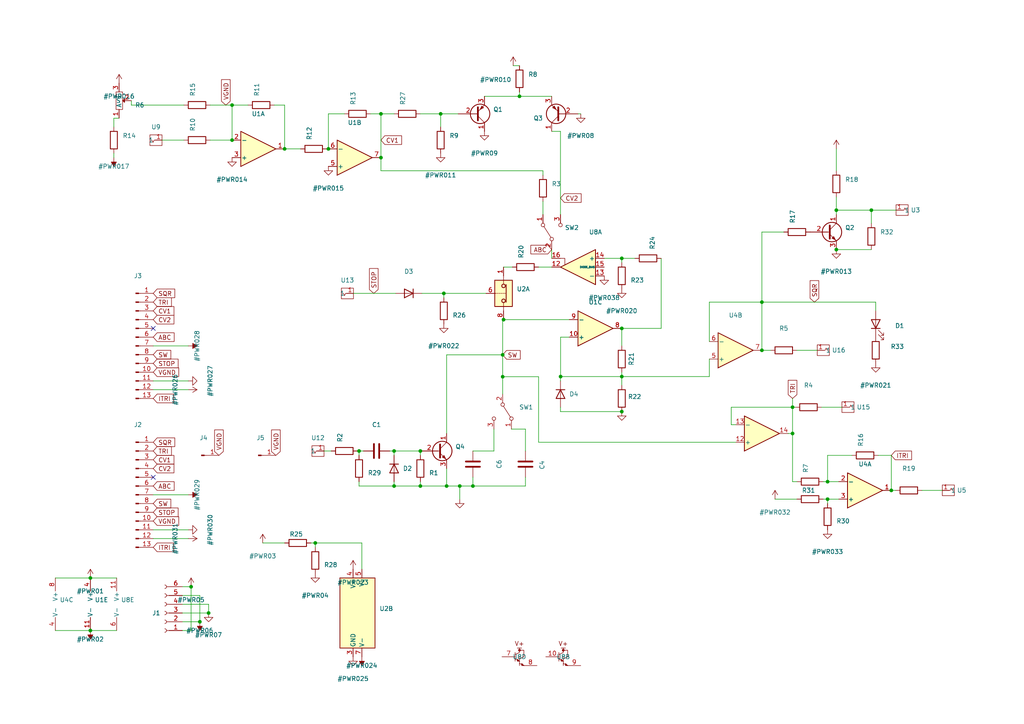
<source format=kicad_sch>
(kicad_sch (version 20250114) (generator "eeschema") (generator_version "9.0")
  (paper "A4")
  (title_block (title "LFO2 by github.com/Fihdi"))
  (lib_symbols
    (symbol "Amplifier_Operational:LM13700" (pin_names (offset 0.127))
      (property "Reference" "U" (at 3.81 5.08 0))
      (property "Value" "LM13700" (at 5.08 -5.08 0))
      (symbol "LM13700_1_1"
        (pin input line (at -7.62 2.54 0) (length 2.54) (name "-") (number "13"))
        (pin input line (at -7.62 0 0) (length 2.54) (name "DIODE_BIAS") (number "15"))
        (pin input line (at -7.62 -2.54 0) (length 2.54) (name "+") (number "14"))
        (pin output line (at 7.62 0 180) (length 2.54) (name "~") (number "12"))
        (pin input line (at 7.62 -2.54 180) (length 2.54) (name "~") (number "16"))
      )
      (symbol "LM13700_2_1"
        (text "V+" (at -2.54 3.81 0) (effects (font (size 1.27 1.27))))
        (pin input line (at -7.62 0 0) (length 3.81) (name "~") (number "10"))
        (pin output line (at 2.54 -2.54 180) (length 3.81) (name "~") (number "9"))
      )
      (symbol "LM13700_3_1"
        (pin input line (at -7.62 2.54 0) (length 2.54) (name "-") (number "4"))
        (pin input line (at -7.62 0 0) (length 2.54) (name "DIODE_BIAS") (number "2"))
        (pin input line (at -7.62 -2.54 0) (length 2.54) (name "+") (number "3"))
        (pin output line (at 7.62 0 180) (length 2.54) (name "~") (number "5"))
        (pin input line (at 7.62 -2.54 180) (length 2.54) (name "~") (number "1"))
      )
      (symbol "LM13700_4_0"
        (text "V+" (at -2.54 3.81 0) (effects (font (size 1.27 1.27))))
      )
      (symbol "LM13700_4_1"
        (pin input line (at -7.62 0 0) (length 3.81) (name "~") (number "7"))
        (pin output line (at 2.54 -2.54 180) (length 3.81) (name "~") (number "8"))
      )
      (symbol "LM13700_5_1"
        (pin power_in line (at -2.54 7.62 270) (length 3.81) (name "V+") (number "11"))
        (pin power_in line (at -2.54 -7.62 90) (length 3.81) (name "V-") (number "6"))
      )
    )
    (symbol "Amplifier_Operational:TL072" (pin_names (offset 0.127))
      (property "Reference" "U" (at 0 5.08 0))
      (property "Value" "TL072" (at 0 -5.08 0))
      (symbol "TL072_1_1"
        (pin input line (at -7.62 2.54 0) (length 2.54) (name "+") (number "3"))
        (pin input line (at -7.62 -2.54 0) (length 2.54) (name "-") (number "2"))
        (pin output line (at 7.62 0 180) (length 2.54) (name "~") (number "1"))
      )
      (symbol "TL072_2_1"
        (pin input line (at -7.62 2.54 0) (length 2.54) (name "+") (number "5"))
        (pin input line (at -7.62 -2.54 0) (length 2.54) (name "-") (number "6"))
        (pin output line (at 7.62 0 180) (length 2.54) (name "~") (number "7"))
      )
      (symbol "TL072_3_1"
        (pin power_in line (at -2.54 7.62 270) (length 3.81) (name "V+") (number "8"))
        (pin power_in line (at -2.54 -7.62 90) (length 3.81) (name "V-") (number "4"))
      )
    )
    (symbol "Amplifier_Operational:TL074" (pin_names (offset 0.127))
      (property "Reference" "U" (at 0 5.08 0))
      (property "Value" "TL074" (at 0 -5.08 0))
      (symbol "TL074_1_1"
        (pin input line (at -7.62 2.54 0) (length 2.54) (name "+") (number "3"))
        (pin input line (at -7.62 -2.54 0) (length 2.54) (name "-") (number "2"))
        (pin output line (at 7.62 0 180) (length 2.54) (name "~") (number "1"))
      )
      (symbol "TL074_2_1"
        (pin input line (at -7.62 2.54 0) (length 2.54) (name "+") (number "5"))
        (pin input line (at -7.62 -2.54 0) (length 2.54) (name "-") (number "6"))
        (pin output line (at 7.62 0 180) (length 2.54) (name "~") (number "7"))
      )
      (symbol "TL074_3_1"
        (pin input line (at -7.62 2.54 0) (length 2.54) (name "+") (number "10"))
        (pin input line (at -7.62 -2.54 0) (length 2.54) (name "-") (number "9"))
        (pin output line (at 7.62 0 180) (length 2.54) (name "~") (number "8"))
      )
      (symbol "TL074_4_1"
        (pin input line (at -7.62 2.54 0) (length 2.54) (name "+") (number "12"))
        (pin input line (at -7.62 -2.54 0) (length 2.54) (name "-") (number "13"))
        (pin output line (at 7.62 0 180) (length 2.54) (name "~") (number "14"))
      )
      (symbol "TL074_5_1"
        (pin power_in line (at -2.54 7.62 270) (length 3.81) (name "V+") (number "4"))
        (pin power_in line (at -2.54 -7.62 90) (length 3.81) (name "V-") (number "11"))
      )
    )
    (symbol "Analog_Switch:DG417xJ" (pin_names (offset 0.254))
      (property "Reference" "U" (at -3.175 5.334 0))
      (property "Value" "DG417xJ" (at -3.175 3.556 0))
      (symbol "DG417xJ_1_1"
        (pin passive line (at -7.62 0 0) (length 2.54) (name "~") (number "1"))
        (pin input line (at 0 -5.08 90) (length 2.54) (name "~") (number "6"))
        (pin passive line (at 7.62 0 180) (length 2.54) (name "~") (number "8"))
      )
      (symbol "DG417xJ_2_0"
        (pin no_connect line (at -2.54 10.16 270) (length 2.54) (hide yes) (name "NC") (number "2"))
        (pin power_in line (at 0 12.7 270) (length 2.54) (name "V+") (number "4"))
        (pin power_in line (at 0 -12.7 90) (length 2.54) (name "GND") (number "3"))
        (pin power_in line (at 2.54 12.7 270) (length 2.54) (name "VL") (number "5"))
        (pin power_in line (at 2.54 -12.7 90) (length 2.54) (name "V-") (number "7"))
      )
    )
    (symbol "Connector:Conn_01x01_Pin" (pin_names (offset 1.016) (hide yes))
      (property "Reference" "J" (at 0 2.54 0))
      (property "Value" "Conn_01x01_Pin" (at 0 -2.54 0))
      (symbol "Conn_01x01_Pin_1_1"
        (pin passive line (at 5.08 0 180) (length 3.81) (name "Pin_1") (number "1"))
      )
    )
    (symbol "Connector:Conn_01x06_Female" (pin_names (offset 1.016) (hide yes))
      (property "Reference" "J" (at 0 7.62 0))
      (property "Value" "Conn_01x06_Female" (at 0 -10.16 0))
      (symbol "Conn_01x06_Female_1_1"
        (pin passive line (at -5.08 5.08 0) (length 3.81) (name "Pin_1") (number "1"))
        (pin passive line (at -5.08 2.54 0) (length 3.81) (name "Pin_2") (number "2"))
        (pin passive line (at -5.08 0 0) (length 3.81) (name "Pin_3") (number "3"))
        (pin passive line (at -5.08 -2.54 0) (length 3.81) (name "Pin_4") (number "4"))
        (pin passive line (at -5.08 -5.08 0) (length 3.81) (name "Pin_5") (number "5"))
        (pin passive line (at -5.08 -7.62 0) (length 3.81) (name "Pin_6") (number "6"))
      )
    )
    (symbol "Connector:Conn_01x13_Pin" (pin_names (offset 1.016) (hide yes))
      (property "Reference" "J" (at 0 17.78 0))
      (property "Value" "Conn_01x13_Pin" (at 0 -17.78 0))
      (symbol "Conn_01x13_Pin_1_1"
        (pin passive line (at 5.08 15.24 180) (length 3.81) (name "Pin_1") (number "1"))
        (pin passive line (at 5.08 12.7 180) (length 3.81) (name "Pin_2") (number "2"))
        (pin passive line (at 5.08 10.16 180) (length 3.81) (name "Pin_3") (number "3"))
        (pin passive line (at 5.08 7.62 180) (length 3.81) (name "Pin_4") (number "4"))
        (pin passive line (at 5.08 5.08 180) (length 3.81) (name "Pin_5") (number "5"))
        (pin passive line (at 5.08 2.54 180) (length 3.81) (name "Pin_6") (number "6"))
        (pin passive line (at 5.08 0 180) (length 3.81) (name "Pin_7") (number "7"))
        (pin passive line (at 5.08 -2.54 180) (length 3.81) (name "Pin_8") (number "8"))
        (pin passive line (at 5.08 -5.08 180) (length 3.81) (name "Pin_9") (number "9"))
        (pin passive line (at 5.08 -7.62 180) (length 3.81) (name "Pin_10") (number "10"))
        (pin passive line (at 5.08 -10.16 180) (length 3.81) (name "Pin_11") (number "11"))
        (pin passive line (at 5.08 -12.7 180) (length 3.81) (name "Pin_12") (number "12"))
        (pin passive line (at 5.08 -15.24 180) (length 3.81) (name "Pin_13") (number "13"))
      )
    )
    (symbol "Device:C" (pin_numbers (hide yes)) (pin_names (offset 0.254))
      (property "Reference" "C" (at 0.635 2.54 0))
      (property "Value" "C" (at 0.635 -2.54 0))
      (symbol "C_1_1"
        (pin passive line (at 0 3.81 270) (length 2.794) (name "~") (number "1"))
        (pin passive line (at 0 -3.81 90) (length 2.794) (name "~") (number "2"))
      )
    )
    (symbol "Device:D" (pin_numbers (hide yes)) (pin_names (offset 1.016) (hide yes))
      (property "Reference" "D" (at 0 2.54 0))
      (property "Value" "D" (at 0 -2.54 0))
      (symbol "D_1_1"
        (pin passive line (at -3.81 0 0) (length 2.54) (name "K") (number "1"))
        (pin passive line (at 3.81 0 180) (length 2.54) (name "A") (number "2"))
      )
    )
    (symbol "Device:LED" (pin_numbers (hide yes)) (pin_names (offset 1.016) (hide yes))
      (property "Reference" "D" (at 0 2.54 0))
      (property "Value" "LED" (at 0 -2.54 0))
      (symbol "LED_1_1"
        (pin passive line (at -3.81 0 0) (length 2.54) (name "K") (number "1"))
        (pin passive line (at 3.81 0 180) (length 2.54) (name "A") (number "2"))
      )
    )
    (symbol "Device:R" (pin_numbers (hide yes)) (pin_names (offset 0))
      (property "Reference" "R" (at 2.032 0 90))
      (property "Value" "R" (at 0 0 90))
      (symbol "R_1_1"
        (pin passive line (at 0 3.81 270) (length 1.27) (name "~") (number "1"))
        (pin passive line (at 0 -3.81 90) (length 1.27) (name "~") (number "2"))
      )
    )
    (symbol "HEJ:AlpsPot"
      (property "Reference" "R" (at -6.35 2.54 0))
      (symbol "AlpsPot_1_1"
        (pin no_connect line (at -16.002 0 270) (length 2.54) (hide yes) (name "NC") (number "6"))
        (pin no_connect line (at -13.716 0 270) (length 2.54) (hide yes) (name "NC") (number "5"))
        (pin no_connect line (at -11.684 0 270) (length 2.54) (hide yes) (name "NC") (number "4"))
        (pin passive line (at -3.556 6.35 270) (length 2.54) (name "E") (number "3"))
        (pin passive line (at -3.556 -3.81 90) (length 2.54) (name "A") (number "1"))
        (pin passive line (at 0 1.27 180) (length 2.54) (name "S") (number "2"))
      )
    )
    (symbol "HEJ:Aux_flush"
      (property "Reference" "U" (at -0.0508 5.3848 0))
      (symbol "Aux_flush_1_1"
        (pin bidirectional line (at 1.7272 0 180) (length 2) (name "1") (number "1"))
      )
    )
    (symbol "Switch:SW_SPDT" (pin_names (offset 0) (hide yes))
      (property "Reference" "SW" (at 0 4.318 0))
      (property "Value" "SW_SPDT" (at 0 -5.08 0))
      (symbol "SW_SPDT_1_1"
        (pin passive line (at -5.08 0 0) (length 2.54) (name "B") (number "2"))
        (pin passive line (at 5.08 2.54 180) (length 2.54) (name "A") (number "1"))
        (pin passive line (at 5.08 -2.54 180) (length 2.54) (name "C") (number "3"))
      )
    )
    (symbol "Transistor_BJT:BC547" (pin_names (offset 0) (hide yes))
      (property "Reference" "Q" (at 5.08 1.905 0))
      (property "Value" "BC547" (at 5.08 0 0))
      (symbol "BC547_1_1"
        (pin input line (at -5.08 0 0) (length 5.08) (name "B") (number "2"))
        (pin passive line (at 2.54 5.08 270) (length 2.54) (name "C") (number "1"))
        (pin passive line (at 2.54 -5.08 90) (length 2.54) (name "E") (number "3"))
      )
    )
    (symbol "Transistor_BJT:BC557" (pin_names (offset 0) (hide yes))
      (property "Reference" "Q" (at 5.08 1.905 0))
      (property "Value" "BC557" (at 5.08 0 0))
      (symbol "BC557_1_1"
        (pin input line (at -5.08 0 0) (length 5.715) (name "B") (number "2"))
        (pin passive line (at 2.54 5.08 270) (length 2.54) (name "C") (number "1"))
        (pin passive line (at 2.54 -5.08 90) (length 2.54) (name "E") (number "3"))
      )
    )
    (symbol "power:+12V" (power) (pin_names (offset 0))
      (property "Value" "+12V" (at 0 3.556 0))
      (symbol "+12V_1_1"
        (pin power_in line (at 0 0 90) (length 0) (hide yes) (name "+12V") (number "1"))
      )
    )
    (symbol "power:-12V" (power) (pin_names (offset 0))
      (property "Value" "-12V" (at 0 3.81 0))
      (symbol "-12V_0_0"
        (pin power_in line (at 0 0 90) (length 0) (hide yes) (name "-12V") (number "1"))
      )
    )
    (symbol "power:GND" (power) (pin_names (offset 0))
      (property "Value" "GND" (at 0 -3.81 0))
      (symbol "GND_1_1"
        (pin power_in line (at 0 0 270) (length 0) (hide yes) (name "GND") (number "1"))
      )
    )
  )
  (junction (at 60.5028 177.8))
  (junction (at 67.31 30.48))
  (junction (at 242.57 60.96))
  (junction (at 57.9628 180.34))
  (junction (at 121.92 130.81))
  (junction (at 240.03 139.7))
  (junction (at 82.55 43.18))
  (junction (at 150.6728 27.94))
  (junction (at 127.8128 33.02))
  (junction (at 180.34 119.38))
  (junction (at 229.87 118.11))
  (junction (at 180.34 74.93))
  (junction (at 114.3 140.97))
  (junction (at 26.2128 182.88))
  (junction (at 145.796 102.9199))
  (junction (at 240.03 144.78))
  (junction (at 180.34 95.25))
  (junction (at 146.05 92.71))
  (junction (at 114.3 130.81))
  (junction (at 67.31 40.64))
  (junction (at 110.49 33.02))
  (junction (at 104.14 130.81))
  (junction (at 133.35 140.97))
  (junction (at 55.4228 170.18))
  (junction (at 229.87 125.73))
  (junction (at 121.92 140.97))
  (junction (at 95.25 43.18))
  (junction (at 162.5926 109.22))
  (junction (at 252.73 60.96))
  (junction (at 258.5212 142.24))
  (junction (at 220.98 87.63))
  (junction (at 180.34 109.22))
  (junction (at 91.44 157.48))
  (junction (at 220.98 101.6))
  (junction (at 145.796 109.264))
  (junction (at 128.7272 85.09))
  (junction (at 242.57 72.39))
  (junction (at 26.2128 167.64))
  (junction (at 110.49 45.72))
  (junction (at 137.16 140.97))
  (junction (at 129.54 140.97))
  (no_connect (at 44.45 95.25))
  (no_connect (at 44.45 138.43))
  (wire (pts (xy 122.3772 85.09) (xy 128.7272 85.09)))
  (wire (pts (xy 91.44 157.48) (xy 104.9528 157.48)))
  (wire (pts (xy 180.34 95.25) (xy 180.34 100.33)))
  (wire (pts (xy 162.5926 97.79) (xy 165.1 97.79)))
  (wire (pts (xy 162.56 62.23) (xy 162.56 38.1)))
  (wire (pts (xy 82.55 30.48) (xy 79.5528 30.48)))
  (wire (pts (xy 242.57 60.96) (xy 242.57 62.23)))
  (wire (pts (xy 212.09 118.11) (xy 229.87 118.11)))
  (wire (pts (xy 93.98 130.81) (xy 96.0628 130.81)))
  (wire (pts (xy 128.7272 86.36) (xy 128.7272 85.09)))
  (wire (pts (xy 33.02 36.83) (xy 33.02 34.29)))
  (wire (pts (xy 54.61 156.21) (xy 44.45 156.21)))
  (wire (pts (xy 52.8828 170.18) (xy 55.4228 170.18)))
  (wire (pts (xy 150.6728 27.94) (xy 160.02 27.94)))
  (wire (pts (xy 212.09 123.19) (xy 213.36 123.19)))
  (wire (pts (xy 242.57 49.53) (xy 242.57 43.18)))
  (wire (pts (xy 162.56 119.38) (xy 162.56 118.11)))
  (wire (pts (xy 129.54 102.9199) (xy 129.54 125.73)))
  (wire (pts (xy 205.74 99.06) (xy 205.74 87.63)))
  (wire (pts (xy 145.796 109.264) (xy 145.796 114.3)))
  (wire (pts (xy 57.9628 172.72) (xy 57.9628 180.34)))
  (wire (pts (xy 180.34 109.22) (xy 162.5926 109.22)))
  (wire (pts (xy 146.05 92.71) (xy 165.1 92.71)))
  (wire (pts (xy 16.0528 167.64) (xy 26.2128 167.64)))
  (wire (pts (xy 229.87 139.7) (xy 231.14 139.7)))
  (wire (pts (xy 220.98 87.63) (xy 205.74 87.63)))
  (wire (pts (xy 137.16 138.43) (xy 137.16 140.97)))
  (wire (pts (xy 110.49 33.02) (xy 110.49 45.72)))
  (wire (pts (xy 167.64 33.02) (xy 168.4528 33.02)))
  (wire (pts (xy 121.92 33.02) (xy 127.8128 33.02)))
  (wire (pts (xy 238.76 139.7) (xy 240.03 139.7)))
  (wire (pts (xy 67.31 30.48) (xy 67.31 40.64)))
  (wire (pts (xy 162.56 109.22) (xy 162.5926 109.22)))
  (wire (pts (xy 38.1 30.48) (xy 53.34 30.48)))
  (wire (pts (xy 224.79 144.78) (xy 231.14 144.78)))
  (wire (pts (xy 26.2128 167.64) (xy 33.8328 167.64)))
  (wire (pts (xy 114.3 140.97) (xy 114.3 139.7)))
  (wire (pts (xy 76.2 157.48) (xy 82.55 157.48)))
  (wire (pts (xy 254.7112 132.08) (xy 258.5212 132.08)))
  (wire (pts (xy 104.14 140.97) (xy 114.3 140.97)))
  (wire (pts (xy 242.57 60.96) (xy 252.73 60.96)))
  (wire (pts (xy 46.99 40.64) (xy 53.34 40.64)))
  (wire (pts (xy 229.87 118.11) (xy 229.87 125.73)))
  (wire (pts (xy 258.5212 142.24) (xy 259.7912 142.24)))
  (wire (pts (xy 205.74 109.22) (xy 205.74 104.14)))
  (wire (pts (xy 143.256 130.81) (xy 137.16 130.81)))
  (wire (pts (xy 104.14 139.7) (xy 104.14 140.97)))
  (wire (pts (xy 180.34 95.25) (xy 191.77 95.25)))
  (wire (pts (xy 33.02 34.29) (xy 34.544 34.29)))
  (wire (pts (xy 240.03 132.08) (xy 247.0912 132.08)))
  (wire (pts (xy 162.56 110.49) (xy 162.56 109.22)))
  (wire (pts (xy 220.98 67.31) (xy 220.98 87.63)))
  (wire (pts (xy 191.77 74.93) (xy 191.77 95.25)))
  (wire (pts (xy 140.5128 27.94) (xy 150.6728 27.94)))
  (wire (pts (xy 240.03 144.78) (xy 240.03 146.05)))
  (wire (pts (xy 220.98 87.63) (xy 254 87.63)))
  (wire (pts (xy 242.57 57.15) (xy 242.57 60.96)))
  (wire (pts (xy 148.844 19.05) (xy 150.6728 19.05)))
  (wire (pts (xy 104.14 130.81) (xy 105.41 130.81)))
  (wire (pts (xy 156.21 77.47) (xy 160.02 77.47)))
  (wire (pts (xy 146.05 92.71) (xy 145.796 92.71)))
  (wire (pts (xy 129.54 135.89) (xy 129.54 140.97)))
  (wire (pts (xy 137.16 140.97) (xy 152.4 140.97)))
  (wire (pts (xy 240.03 139.7) (xy 243.2812 139.7)))
  (wire (pts (xy 54.61 110.49) (xy 44.45 110.49)))
  (wire (pts (xy 267.4112 142.24) (xy 273.304 142.24)))
  (wire (pts (xy 180.34 107.95) (xy 180.34 109.22)))
  (wire (pts (xy 121.92 140.97) (xy 121.92 139.7)))
  (wire (pts (xy 157.48 58.42) (xy 157.48 62.23)))
  (wire (pts (xy 254 87.63) (xy 254 90.17)))
  (wire (pts (xy 175.26 74.93) (xy 180.34 74.93)))
  (wire (pts (xy 52.8828 180.34) (xy 57.9628 180.34)))
  (wire (pts (xy 113.03 130.81) (xy 114.3 130.81)))
  (wire (pts (xy 54.61 100.33) (xy 44.45 100.33)))
  (wire (pts (xy 180.34 76.2) (xy 180.34 74.93)))
  (wire (pts (xy 180.34 119.38) (xy 162.56 119.38)))
  (wire (pts (xy 156.21 128.27) (xy 156.21 109.264)))
  (wire (pts (xy 54.61 113.03) (xy 44.45 113.03)))
  (wire (pts (xy 133.35 140.97) (xy 137.16 140.97)))
  (wire (pts (xy 110.49 33.02) (xy 107.4928 33.02)))
  (wire (pts (xy 129.54 140.97) (xy 133.35 140.97)))
  (wire (pts (xy 114.3 140.97) (xy 121.92 140.97)))
  (wire (pts (xy 252.73 60.96) (xy 259.8928 60.96)))
  (wire (pts (xy 223.52 101.6) (xy 220.98 101.6)))
  (wire (pts (xy 143.256 124.46) (xy 143.256 130.81)))
  (wire (pts (xy 110.49 49.53) (xy 157.48 49.53)))
  (wire (pts (xy 148.336 124.46) (xy 152.4 124.46)))
  (wire (pts (xy 99.8728 33.02) (xy 95.25 33.02)))
  (wire (pts (xy 54.61 153.67) (xy 44.45 153.67)))
  (wire (pts (xy 229.87 125.73) (xy 229.87 139.7)))
  (wire (pts (xy 95.25 33.02) (xy 95.25 43.18)))
  (wire (pts (xy 90.17 157.48) (xy 91.44 157.48)))
  (wire (pts (xy 82.55 43.18) (xy 82.55 30.48)))
  (wire (pts (xy 229.87 115.57) (xy 229.87 118.11)))
  (wire (pts (xy 60.5028 175.26) (xy 60.5028 177.8)))
  (wire (pts (xy 52.8828 175.26) (xy 60.5028 175.26)))
  (wire (pts (xy 91.44 157.48) (xy 91.44 158.75)))
  (wire (pts (xy 129.54 102.9199) (xy 145.796 102.9199)))
  (wire (pts (xy 110.49 45.72) (xy 110.49 49.53)))
  (wire (pts (xy 231.14 101.6) (xy 237.0328 101.6)))
  (wire (pts (xy 102.5144 85.09) (xy 114.7572 85.09)))
  (wire (pts (xy 180.34 74.93) (xy 184.15 74.93)))
  (wire (pts (xy 238.3028 118.11) (xy 244.1956 118.11)))
  (wire (pts (xy 229.87 118.11) (xy 230.6828 118.11)))
  (wire (pts (xy 52.8828 172.72) (xy 57.9628 172.72)))
  (wire (pts (xy 160.02 72.39) (xy 160.02 74.93)))
  (wire (pts (xy 156.21 109.264) (xy 145.796 109.264)))
  (wire (pts (xy 104.9528 157.48) (xy 104.9528 165.1)))
  (wire (pts (xy 54.61 143.51) (xy 44.45 143.51)))
  (wire (pts (xy 52.8828 182.88) (xy 55.4228 182.88)))
  (wire (pts (xy 180.34 109.22) (xy 205.74 109.22)))
  (wire (pts (xy 52.8828 177.8) (xy 60.5028 177.8)))
  (wire (pts (xy 128.7272 85.09) (xy 140.97 85.09)))
  (wire (pts (xy 152.4 138.43) (xy 152.4 140.97)))
  (wire (pts (xy 121.92 130.81) (xy 121.92 132.08)))
  (wire (pts (xy 220.98 87.63) (xy 220.98 101.6)))
  (wire (pts (xy 16.0528 182.88) (xy 26.2128 182.88)))
  (wire (pts (xy 94.7928 43.18) (xy 95.25 43.18)))
  (wire (pts (xy 145.796 102.9199) (xy 145.796 109.264)))
  (wire (pts (xy 258.5212 132.08) (xy 258.5212 142.24)))
  (wire (pts (xy 150.6728 26.67) (xy 150.6728 27.94)))
  (wire (pts (xy 110.49 33.02) (xy 114.3 33.02)))
  (wire (pts (xy 238.76 144.78) (xy 240.03 144.78)))
  (wire (pts (xy 213.36 128.27) (xy 156.21 128.27)))
  (wire (pts (xy 33.02 45.72) (xy 33.02 44.45)))
  (wire (pts (xy 162.56 38.1) (xy 160.02 38.1)))
  (wire (pts (xy 162.5926 97.79) (xy 162.5926 109.22)))
  (wire (pts (xy 133.35 140.97) (xy 133.35 144.78)))
  (wire (pts (xy 114.3 130.81) (xy 114.3 132.08)))
  (wire (pts (xy 82.55 43.18) (xy 87.1728 43.18)))
  (wire (pts (xy 228.6 125.73) (xy 229.87 125.73)))
  (wire (pts (xy 220.98 67.31) (xy 227.33 67.31)))
  (wire (pts (xy 180.34 109.22) (xy 180.34 111.76)))
  (wire (pts (xy 60.96 40.64) (xy 67.31 40.64)))
  (wire (pts (xy 146.05 77.47) (xy 148.59 77.47)))
  (wire (pts (xy 242.57 72.39) (xy 252.73 72.39)))
  (wire (pts (xy 38.1 30.48) (xy 38.1 29.21)))
  (wire (pts (xy 127.8128 33.02) (xy 132.8928 33.02)))
  (wire (pts (xy 121.92 140.97) (xy 129.54 140.97)))
  (wire (pts (xy 127.8128 36.83) (xy 127.8128 33.02)))
  (wire (pts (xy 67.31 30.48) (xy 71.9328 30.48)))
  (wire (pts (xy 252.73 64.77) (xy 252.73 60.96)))
  (wire (pts (xy 152.4 124.46) (xy 152.4 130.81)))
  (wire (pts (xy 145.796 92.71) (xy 145.796 102.9199)))
  (wire (pts (xy 104.14 132.08) (xy 104.14 130.81)))
  (wire (pts (xy 114.3 130.81) (xy 121.92 130.81)))
  (wire (pts (xy 26.2128 182.88) (xy 33.8328 182.88)))
  (wire (pts (xy 240.03 139.7) (xy 240.03 132.08)))
  (wire (pts (xy 55.4228 170.18) (xy 55.4228 182.88)))
  (wire (pts (xy 157.48 49.53) (xy 157.48 50.8)))
  (wire (pts (xy 103.6828 130.81) (xy 104.14 130.81)))
  (wire (pts (xy 240.03 144.78) (xy 243.2812 144.78)))
  (wire (pts (xy 60.96 30.48) (xy 67.31 30.48)))
  (wire (pts (xy 212.09 123.19) (xy 212.09 118.11)))
  (global_label "SW" (shape input) (at 145.796 102.9199 0) (property "Intersheetrefs" "${INTERSHEET_REFS}" (effects (hide yes))))
  (global_label "ABC" (shape input) (at 160.02 72.39 180) (property "Intersheetrefs" "${INTERSHEET_REFS}" (effects (hide yes))))
  (global_label "STOP" (shape input) (at 108.4072 85.09 90) (property "Intersheetrefs" "${INTERSHEET_REFS}" (effects (hide yes))))
  (global_label "SQR" (shape input) (at 44.45 85.09 0) (property "Intersheetrefs" "${INTERSHEET_REFS}" (effects (hide yes))))
  (global_label "CV1" (shape input) (at 44.45 133.35 0) (property "Intersheetrefs" "${INTERSHEET_REFS}" (effects (hide yes))))
  (global_label "CV2" (shape input) (at 162.56 57.4459 0) (property "Intersheetrefs" "${INTERSHEET_REFS}" (effects (hide yes))))
  (global_label "ITRI" (shape input) (at 44.45 115.57 0) (property "Intersheetrefs" "${INTERSHEET_REFS}" (effects (hide yes))))
  (global_label "SQR" (shape input) (at 236.22 87.63 90) (property "Intersheetrefs" "${INTERSHEET_REFS}" (effects (hide yes))))
  (global_label "ABC" (shape input) (at 44.45 97.79 0) (property "Intersheetrefs" "${INTERSHEET_REFS}" (effects (hide yes))))
  (global_label "VGND" (shape input) (at 44.45 107.95 0) (property "Intersheetrefs" "${INTERSHEET_REFS}" (effects (hide yes))))
  (global_label "SW" (shape input) (at 44.45 146.05 0) (property "Intersheetrefs" "${INTERSHEET_REFS}" (effects (hide yes))))
  (global_label "TRI" (shape input) (at 229.87 115.57 90) (property "Intersheetrefs" "${INTERSHEET_REFS}" (effects (hide yes))))
  (global_label "ITRI" (shape input) (at 44.45 158.75 0) (property "Intersheetrefs" "${INTERSHEET_REFS}" (effects (hide yes))))
  (global_label "TRI" (shape input) (at 44.45 87.63 0) (property "Intersheetrefs" "${INTERSHEET_REFS}" (effects (hide yes))))
  (global_label "STOP" (shape input) (at 44.45 105.41 0) (property "Intersheetrefs" "${INTERSHEET_REFS}" (effects (hide yes))))
  (global_label "VGND" (shape input) (at 44.45 151.13 0) (property "Intersheetrefs" "${INTERSHEET_REFS}" (effects (hide yes))))
  (global_label "SW" (shape input) (at 44.45 102.87 0) (property "Intersheetrefs" "${INTERSHEET_REFS}" (effects (hide yes))))
  (global_label "VGND" (shape input) (at 65.4987 30.48 90) (property "Intersheetrefs" "${INTERSHEET_REFS}" (effects (hide yes))))
  (global_label "CV2" (shape input) (at 44.45 135.89 0) (property "Intersheetrefs" "${INTERSHEET_REFS}" (effects (hide yes))))
  (global_label "STOP" (shape input) (at 44.45 148.59 0) (property "Intersheetrefs" "${INTERSHEET_REFS}" (effects (hide yes))))
  (global_label "CV1" (shape input) (at 44.45 90.17 0) (property "Intersheetrefs" "${INTERSHEET_REFS}" (effects (hide yes))))
  (global_label "ITRI" (shape input) (at 258.5212 132.08 0) (property "Intersheetrefs" "${INTERSHEET_REFS}" (effects (hide yes))))
  (global_label "VGND" (shape input) (at 80.01 132.08 90) (property "Intersheetrefs" "${INTERSHEET_REFS}" (effects (hide yes))))
  (global_label "TRI" (shape input) (at 44.45 130.81 0) (property "Intersheetrefs" "${INTERSHEET_REFS}" (effects (hide yes))))
  (global_label "VGND" (shape input) (at 63.5 132.08 90) (property "Intersheetrefs" "${INTERSHEET_REFS}" (effects (hide yes))))
  (global_label "ABC" (shape input) (at 44.45 140.97 0) (property "Intersheetrefs" "${INTERSHEET_REFS}" (effects (hide yes))))
  (global_label "CV1" (shape input) (at 110.49 40.64 0) (property "Intersheetrefs" "${INTERSHEET_REFS}" (effects (hide yes))))
  (global_label "CV2" (shape input) (at 44.45 92.71 0) (property "Intersheetrefs" "${INTERSHEET_REFS}" (effects (hide yes))))
  (global_label "SQR" (shape input) (at 44.45 128.27 0) (property "Intersheetrefs" "${INTERSHEET_REFS}" (effects (hide yes))))
  (symbol (lib_id "power:+12V") (at 26.2128 167.64 0) (unit 1)
    (property "Reference" "#PWR01" (at 26.2128 171.45 0))
    (property "Value" "+12V" (effects (hide yes)))
  )
  (symbol (lib_id "power:GND") (at 102.4128 190.5 0) (unit 1)
    (property "Reference" "#PWR025" (at 102.4128 196.85 0))
    (property "Value" "GND" (effects (hide yes)))
  )
  (symbol (lib_id "power:GND") (at 254 105.41 0) (unit 1)
    (property "Reference" "#PWR021" (at 254 111.76 0))
    (property "Value" "GND" (effects (hide yes)))
  )
  (symbol (lib_id "power:GND") (at 127.8128 44.45 0) (unit 1)
    (property "Reference" "#PWR011" (at 127.8128 50.8 0))
    (property "Value" "GND" (effects (hide yes)))
  )
  (symbol (lib_id "Switch:SW_SPDT") (at 145.796 119.38 270) (unit 1)
    (property "Reference" "SW1" (at 150.5712 118.11 90) (effects (justify left)))
    (property "Value" "SW_SPDT" (effects (hide yes)))
    (property "Footprint" "Library:Switch" (effects (hide yes)))
  )
  (symbol (lib_id "HEJ:Aux_flush") (at 45.2628 40.64 0) (unit 1)
    (property "Reference" "U9" (at 45.2374 36.83 0))
    (property "Value" "Aux_flush" (effects (hide yes)))
    (property "Footprint" "Library:3mm5 Mono Aux" (effects (hide yes)))
  )
  (symbol (lib_id "Device:R") (at 252.73 68.58 180) (unit 1)
    (property "Reference" "R32" (at 255.27 67.31 0) (effects (justify right)))
    (property "Value" "4k7" (effects (hide yes)))
    (property "Footprint" "Resistor_THT:R_Axial_DIN0204_L3.6mm_D1.6mm_P7.62mm_Horizontal" (effects (hide yes)))
  )
  (symbol (lib_id "Device:R") (at 128.7272 90.17 0) (mirror y) (unit 1)
    (property "Reference" "R26" (at 131.2672 91.44 0) (effects (justify right)))
    (property "Value" "100k" (effects (hide yes)))
    (property "Footprint" "Resistor_THT:R_Axial_DIN0204_L3.6mm_D1.6mm_P7.62mm_Horizontal" (effects (hide yes)))
  )
  (symbol (lib_id "Device:R") (at 234.95 139.7 270) (unit 1)
    (property "Reference" "R7" (at 233.68 137.16 0) (effects (justify right)))
    (property "Value" "100k" (effects (hide yes)))
    (property "Footprint" "Resistor_THT:R_Axial_DIN0204_L3.6mm_D1.6mm_P7.62mm_Horizontal" (effects (hide yes)))
  )
  (symbol (lib_id "Device:LED") (at 254 93.98 90) (unit 1)
    (property "Reference" "D1" (at 259.588 94.488 90) (effects (justify right)))
    (property "Value" "LED" (effects (hide yes)))
    (property "Footprint" "LED_THT:LED_D5.0mm" (effects (hide yes)))
  )
  (symbol (lib_id "Analog_Switch:DG417xJ") (at 146.05 85.09 270) (unit 1)
    (property "Reference" "U2" (at 149.86 83.82 90) (effects (justify left)))
    (property "Value" "DG417xJ" (effects (hide yes)))
    (property "Footprint" "Package_DIP:DIP-8_W7.62mm" (effects (hide yes)))
    (property "Datasheet" "https://datasheets.maximintegrated.com/en/ds/DG417-DG419.pdf" (effects (hide yes)))
  )
  (symbol (lib_id "Transistor_BJT:BC547") (at 127 130.81 0) (unit 1)
    (property "Reference" "Q4" (at 132.08 129.5399 0) (effects (justify left)))
    (property "Value" "BC547" (effects (hide yes)))
    (property "Footprint" "Package_TO_SOT_THT:TO-92L_Inline_Wide" (effects (hide yes)))
    (property "Datasheet" "https://www.onsemi.com/pub/Collateral/BC550-D.pdf" (effects (hide yes)))
  )
  (symbol (lib_id "power:+12V") (at 55.4228 170.18 0) (unit 1)
    (property "Reference" "#PWR05" (at 55.4228 173.99 0))
    (property "Value" "+12V" (effects (hide yes)))
  )
  (symbol (lib_id "power:GND") (at 67.31 45.72 0) (unit 1)
    (property "Reference" "#PWR014" (at 67.31 52.07 0))
    (property "Value" "GND" (effects (hide yes)))
  )
  (symbol (lib_id "Device:R") (at 150.6728 22.86 180) (unit 1)
    (property "Reference" "R8" (at 153.2128 21.59 0) (effects (justify right)))
    (property "Value" "10k" (effects (hide yes)))
    (property "Footprint" "Resistor_THT:R_Axial_DIN0204_L3.6mm_D1.6mm_P7.62mm_Horizontal" (effects (hide yes)))
  )
  (symbol (lib_id "power:GND") (at 54.61 110.49 90) (unit 1)
    (property "Reference" "#PWR027" (at 60.96 110.49 0))
    (property "Value" "GND" (effects (hide yes)))
  )
  (symbol (lib_id "Device:R") (at 33.02 40.64 180) (unit 1)
    (property "Reference" "R14" (at 35.56 39.37 0) (effects (justify right)))
    (property "Value" "4k7" (effects (hide yes)))
    (property "Footprint" "Resistor_THT:R_Axial_DIN0204_L3.6mm_D1.6mm_P7.62mm_Horizontal" (effects (hide yes)))
  )
  (symbol (lib_id "power:GND") (at 91.44 166.37 0) (unit 1)
    (property "Reference" "#PWR04" (at 91.44 172.72 0))
    (property "Value" "GND" (effects (hide yes)))
  )
  (symbol (lib_id "Amplifier_Operational:TL074") (at 102.87 45.72 0) (mirror x) (unit 2)
    (property "Reference" "U1" (at 102.87 35.56 0))
    (property "Value" "TL074" (effects (hide yes)))
    (property "Footprint" "Package_DIP:DIP-14_W7.62mm" (effects (hide yes)))
    (property "Datasheet" "http://www.ti.com/lit/ds/symlink/tl071.pdf" (effects (hide yes)))
  )
  (symbol (lib_id "Transistor_BJT:BC547") (at 240.03 67.31 0) (unit 1)
    (property "Reference" "Q2" (at 245.11 66.0399 0) (effects (justify left)))
    (property "Value" "BC547" (effects (hide yes)))
    (property "Footprint" "Package_TO_SOT_THT:TO-92L_Inline_Wide" (effects (hide yes)))
    (property "Datasheet" "https://www.onsemi.com/pub/Collateral/BC550-D.pdf" (effects (hide yes)))
  )
  (symbol (lib_id "power:GND") (at 180.34 83.82 0) (unit 1)
    (property "Reference" "#PWR020" (at 180.34 90.17 0))
    (property "Value" "GND" (effects (hide yes)))
  )
  (symbol (lib_id "power:GND") (at 242.57 72.39 0) (unit 1)
    (property "Reference" "#PWR013" (at 242.57 78.74 0))
    (property "Value" "GND" (effects (hide yes)))
  )
  (symbol (lib_id "Connector:Conn_01x06_Female") (at 47.8028 177.8 180) (unit 1)
    (property "Reference" "J1" (at 46.5328 177.8001 0) (effects (justify left)))
    (property "Value" "Conn_01x06_Female" (effects (hide yes)))
    (property "Footprint" "Connector_PinHeader_2.54mm:PinHeader_1x06_P2.54mm_Vertical" (effects (hide yes)))
  )
  (symbol (lib_id "Device:R") (at 234.95 144.78 270) (unit 1)
    (property "Reference" "R31" (at 236.474 142.24 90) (effects (justify right)))
    (property "Value" "100k" (effects (hide yes)))
    (property "Footprint" "Resistor_THT:R_Axial_DIN0204_L3.6mm_D1.6mm_P7.62mm_Horizontal" (effects (hide yes)))
  )
  (symbol (lib_id "power:GND") (at 128.7272 93.98 0) (unit 1)
    (property "Reference" "#PWR022" (at 128.7272 100.33 0))
    (property "Value" "GND" (effects (hide yes)))
  )
  (symbol (lib_id "Device:R") (at 104.14 135.89 0) (mirror y) (unit 1)
    (property "Reference" "R29" (at 106.68 137.16 0) (effects (justify right)))
    (property "Value" "100k" (effects (hide yes)))
    (property "Footprint" "Resistor_THT:R_Axial_DIN0204_L3.6mm_D1.6mm_P7.62mm_Horizontal" (effects (hide yes)))
  )
  (symbol (lib_id "HEJ:Aux_flush") (at 100.7872 85.09 0) (unit 1)
    (property "Reference" "U13" (at 100.7618 81.28 0))
    (property "Value" "Aux_flush" (effects (hide yes)))
    (property "Footprint" "Library:3mm5 Mono Aux" (effects (hide yes)))
  )
  (symbol (lib_id "Amplifier_Operational:TL074") (at 220.98 125.73 0) (mirror x) (unit 4)
    (property "Reference" "U1" (effects (hide yes)))
    (property "Value" "TL074" (effects (hide yes)))
    (property "Footprint" "Package_DIP:DIP-14_W7.62mm" (effects (hide yes)))
    (property "Datasheet" "http://www.ti.com/lit/ds/symlink/tl071.pdf" (effects (hide yes)))
  )
  (symbol (lib_id "power:+12V") (at 102.4128 165.1 0) (unit 1)
    (property "Reference" "#PWR023" (at 102.4128 168.91 0))
    (property "Value" "+12V" (effects (hide yes)))
  )
  (symbol (lib_id "Amplifier_Operational:TL072") (at 250.9012 142.24 0) (mirror x) (unit 1)
    (property "Reference" "U4" (at 250.9012 134.62 0))
    (property "Value" "TL072" (effects (hide yes)))
    (property "Footprint" "Package_DIP:DIP-8_W7.62mm" (effects (hide yes)))
    (property "Datasheet" "http://www.ti.com/lit/ds/symlink/tl071.pdf" (effects (hide yes)))
  )
  (symbol (lib_id "power:-12V") (at 33.02 45.72 180) (unit 1)
    (property "Reference" "#PWR017" (at 33.02 48.26 0))
    (property "Value" "-12V" (effects (hide yes)))
  )
  (symbol (lib_id "Amplifier_Operational:TL072") (at 13.5128 175.26 0) (mirror y) (unit 3)
    (property "Reference" "U4" (at 17.3228 173.99 0) (effects (justify right)))
    (property "Value" "TL072" (effects (hide yes)))
    (property "Footprint" "Package_DIP:DIP-8_W7.62mm" (effects (hide yes)))
    (property "Datasheet" "http://www.ti.com/lit/ds/symlink/tl071.pdf" (effects (hide yes)))
  )
  (symbol (lib_id "power:GND") (at 180.34 119.38 0) (unit 1)
    (property "Reference" "#PWR019" (effects (hide yes)))
    (property "Value" "GND" (effects (hide yes)))
  )
  (symbol (lib_id "Connector:Conn_01x13_Pin") (at 39.37 143.51 0) (unit 1)
    (property "Reference" "J2" (at 40.005 123.19 0))
    (property "Value" "Conn_01x13_Pin" (effects (hide yes)))
    (property "Footprint" "Connector_PinHeader_2.54mm:PinHeader_1x13_P2.54mm_Vertical" (effects (hide yes)))
  )
  (symbol (lib_id "Device:R") (at 231.14 67.31 270) (unit 1)
    (property "Reference" "R17" (at 229.87 64.77 0) (effects (justify right)))
    (property "Value" "100k" (effects (hide yes)))
    (property "Footprint" "Resistor_THT:R_Axial_DIN0204_L3.6mm_D1.6mm_P7.62mm_Horizontal" (effects (hide yes)))
  )
  (symbol (lib_id "Amplifier_Operational:LM13700") (at 153.2128 190.5 0) (unit 4)
    (property "Reference" "U8" (at 150.6728 190.5 0))
    (property "Value" "LM13700" (effects (hide yes)))
    (property "Footprint" "Package_DIP:DIP-16_W7.62mm" (effects (hide yes)))
    (property "Datasheet" "http://www.ti.com/lit/ds/symlink/lm13700.pdf" (effects (hide yes)))
  )
  (symbol (lib_id "Transistor_BJT:BC557") (at 137.9728 33.02 0) (mirror x) (unit 1)
    (property "Reference" "Q1" (at 143.0528 31.75 0) (effects (justify left)))
    (property "Value" "BC557" (effects (hide yes)))
    (property "Footprint" "Package_TO_SOT_THT:TO-92L_Wide" (effects (hide yes)))
    (property "Datasheet" "https://www.onsemi.com/pub/Collateral/BC556BTA-D.pdf" (effects (hide yes)))
  )
  (symbol (lib_id "Device:C") (at 152.4 134.62 0) (unit 1)
    (property "Reference" "C4" (at 157.226 134.874 90))
    (property "Value" "C" (effects (hide yes)))
    (property "Footprint" "Capacitor_THT:C_Axial_L3.8mm_D2.6mm_P10.00mm_Horizontal" (effects (hide yes)))
  )
  (symbol (lib_id "Connector:Conn_01x13_Pin") (at 39.37 100.33 0) (unit 1)
    (property "Reference" "J3" (at 40.005 80.01 0))
    (property "Value" "Conn_01x13_Pin" (effects (hide yes)))
    (property "Footprint" "Connector_PinHeader_2.54mm:PinHeader_1x13_P2.54mm_Vertical" (effects (hide yes)))
  )
  (symbol (lib_id "HEJ:Aux_flush") (at 238.76 101.6 180) (unit 1)
    (property "Reference" "U16" (at 241.3 101.5745 0) (effects (justify right)))
    (property "Value" "Aux_flush" (effects (hide yes)))
    (property "Footprint" "Library:3mm5 Mono Aux" (effects (hide yes)))
  )
  (symbol (lib_id "power:-12V") (at 54.61 100.33 270) (unit 1)
    (property "Reference" "#PWR028" (at 57.15 100.33 0))
    (property "Value" "-12V" (effects (hide yes)))
  )
  (symbol (lib_id "power:GND") (at 168.4528 33.02 0) (unit 1)
    (property "Reference" "#PWR08" (at 168.4528 39.37 0))
    (property "Value" "GND" (effects (hide yes)))
  )
  (symbol (lib_id "Device:R") (at 57.15 30.48 270) (unit 1)
    (property "Reference" "R15" (at 55.88 27.94 0) (effects (justify right)))
    (property "Value" "100k" (effects (hide yes)))
    (property "Footprint" "Resistor_THT:R_Axial_DIN0204_L3.6mm_D1.6mm_P7.62mm_Horizontal" (effects (hide yes)))
  )
  (symbol (lib_id "Connector:Conn_01x01_Pin") (at 58.42 132.08 0) (unit 1)
    (property "Reference" "J4" (at 59.055 127 0))
    (property "Value" "Conn_01x01_Pin" (effects (hide yes)))
    (property "Footprint" "Connector_PinHeader_2.54mm:PinHeader_1x01_P2.54mm_Vertical" (effects (hide yes)))
    (property "Description" "Generic connector, single row, 01x01, script generated" (effects (hide yes)))
  )
  (symbol (lib_id "Amplifier_Operational:TL074") (at 74.93 43.18 0) (mirror x) (unit 1)
    (property "Reference" "U1" (at 74.93 33.02 0))
    (property "Value" "TL074" (effects (hide yes)))
    (property "Footprint" "Package_DIP:DIP-14_W7.62mm" (effects (hide yes)))
    (property "Datasheet" "http://www.ti.com/lit/ds/symlink/tl071.pdf" (effects (hide yes)))
  )
  (symbol (lib_id "Device:R") (at 121.92 135.89 0) (mirror y) (unit 1)
    (property "Reference" "R1" (at 124.46 137.16 0) (effects (justify right)))
    (property "Value" "100k" (effects (hide yes)))
    (property "Footprint" "Resistor_THT:R_Axial_DIN0204_L3.6mm_D1.6mm_P7.62mm_Horizontal" (effects (hide yes)))
  )
  (symbol (lib_id "Amplifier_Operational:TL074") (at 172.72 95.25 0) (mirror x) (unit 3)
    (property "Reference" "U1" (at 172.72 87.63 0))
    (property "Value" "TL074" (effects (hide yes)))
    (property "Footprint" "Package_DIP:DIP-14_W7.62mm" (effects (hide yes)))
    (property "Datasheet" "http://www.ti.com/lit/ds/symlink/tl071.pdf" (effects (hide yes)))
  )
  (symbol (lib_id "Transistor_BJT:BC557") (at 162.56 33.02 180) (unit 1)
    (property "Reference" "Q3" (at 157.48 34.29 0) (effects (justify left)))
    (property "Value" "BC557" (effects (hide yes)))
    (property "Footprint" "Package_TO_SOT_THT:TO-92L_Wide" (effects (hide yes)))
    (property "Datasheet" "https://www.onsemi.com/pub/Collateral/BC556BTA-D.pdf" (effects (hide yes)))
  )
  (symbol (lib_id "Device:C") (at 109.22 130.81 90) (unit 1)
    (property "Reference" "C1" (at 109.22 123.19 90))
    (property "Value" "C" (effects (hide yes)))
    (property "Footprint" "Capacitor_THT:C_Axial_L3.8mm_D2.6mm_P10.00mm_Horizontal" (effects (hide yes)))
  )
  (symbol (lib_id "Device:R") (at 254 101.6 180) (unit 1)
    (property "Reference" "R33" (at 258.318 100.5206 0) (effects (justify right)))
    (property "Value" "4k7" (effects (hide yes)))
    (property "Footprint" "Resistor_THT:R_Axial_DIN0204_L3.6mm_D1.6mm_P7.62mm_Horizontal" (effects (hide yes)))
  )
  (symbol (lib_id "HEJ:Aux_flush") (at 261.62 60.96 180) (unit 1)
    (property "Reference" "U3" (at 264.16 60.9345 0) (effects (justify right)))
    (property "Value" "Aux_flush" (effects (hide yes)))
    (property "Footprint" "Library:3mm5 Mono Aux" (effects (hide yes)))
  )
  (symbol (lib_id "power:-12V") (at 26.2128 182.88 180) (unit 1)
    (property "Reference" "#PWR02" (at 26.2128 185.42 0))
    (property "Value" "-12V" (effects (hide yes)))
  )
  (symbol (lib_id "Device:R") (at 91.44 162.56 0) (mirror y) (unit 1)
    (property "Reference" "R28" (at 93.98 163.83 0) (effects (justify right)))
    (property "Value" "100k" (effects (hide yes)))
    (property "Footprint" "Resistor_THT:R_Axial_DIN0204_L3.6mm_D1.6mm_P7.62mm_Horizontal" (effects (hide yes)))
  )
  (symbol (lib_id "Device:R") (at 118.11 33.02 270) (unit 1)
    (property "Reference" "R27" (at 116.84 30.48 0) (effects (justify right)))
    (property "Value" "4k7" (effects (hide yes)))
    (property "Footprint" "Resistor_THT:R_Axial_DIN0204_L3.6mm_D1.6mm_P7.62mm_Horizontal" (effects (hide yes)))
  )
  (symbol (lib_id "Device:R") (at 90.9828 43.18 270) (unit 1)
    (property "Reference" "R12" (at 89.7128 40.64 0) (effects (justify right)))
    (property "Value" "100k" (effects (hide yes)))
    (property "Footprint" "Resistor_THT:R_Axial_DIN0204_L3.6mm_D1.6mm_P7.62mm_Horizontal" (effects (hide yes)))
  )
  (symbol (lib_id "HEJ:Aux_flush") (at 275.0312 142.24 180) (unit 1)
    (property "Reference" "U5" (at 277.5712 142.2145 0) (effects (justify right)))
    (property "Value" "Aux_flush" (effects (hide yes)))
    (property "Footprint" "Library:3mm5 Mono Aux" (effects (hide yes)))
  )
  (symbol (lib_id "Device:R") (at 99.8728 130.81 270) (unit 1)
    (property "Reference" "R2" (at 98.6028 128.27 0) (effects (justify right)))
    (property "Value" "4k7" (effects (hide yes)))
    (property "Footprint" "Resistor_THT:R_Axial_DIN0204_L3.6mm_D1.6mm_P7.62mm_Horizontal" (effects (hide yes)))
  )
  (symbol (lib_id "power:GND") (at 133.35 144.78 0) (unit 1)
    (property "Reference" "#PWR018" (effects (hide yes)))
    (property "Value" "GND" (effects (hide yes)))
  )
  (symbol (lib_id "Device:R") (at 250.9012 132.08 270) (unit 1)
    (property "Reference" "R16" (at 249.6312 129.54 0) (effects (justify right)))
    (property "Value" "100k" (effects (hide yes)))
    (property "Footprint" "Resistor_THT:R_Axial_DIN0204_L3.6mm_D1.6mm_P7.62mm_Horizontal" (effects (hide yes)))
  )
  (symbol (lib_id "Amplifier_Operational:LM13700") (at 167.64 77.47 180) (unit 1)
    (property "Reference" "U8" (at 172.72 67.31 0))
    (property "Value" "LM13700" (effects (hide yes)))
    (property "Footprint" "Package_DIP:DIP-16_W7.62mm" (effects (hide yes)))
    (property "Datasheet" "http://www.ti.com/lit/ds/symlink/lm13700.pdf" (effects (hide yes)))
  )
  (symbol (lib_id "Connector:Conn_01x01_Pin") (at 74.93 132.08 0) (unit 1)
    (property "Reference" "J5" (at 75.565 127 0))
    (property "Value" "Conn_01x01_Pin" (effects (hide yes)))
    (property "Footprint" "Connector_PinHeader_2.54mm:PinHeader_1x01_P2.54mm_Vertical" (effects (hide yes)))
    (property "Description" "Generic connector, single row, 01x01, script generated" (effects (hide yes)))
  )
  (symbol (lib_id "Device:D") (at 118.5672 85.09 180) (unit 1)
    (property "Reference" "D3" (at 118.5672 78.74 0))
    (property "Value" "D" (effects (hide yes)))
    (property "Footprint" "Diode_THT:D_A-405_P7.62mm_Horizontal" (effects (hide yes)))
    (property "Sim.Device" "D" (effects (hide yes)))
    (property "Sim.Pins" "1=K 2=A" (effects (hide yes)))
  )
  (symbol (lib_id "Device:R") (at 157.48 54.61 180) (unit 1)
    (property "Reference" "R3" (at 160.02 53.34 0) (effects (justify right)))
    (property "Value" "10k" (effects (hide yes)))
    (property "Footprint" "Resistor_THT:R_Axial_DIN0204_L3.6mm_D1.6mm_P7.62mm_Horizontal" (effects (hide yes)))
  )
  (symbol (lib_id "Device:R") (at 180.34 80.01 0) (mirror y) (unit 1)
    (property "Reference" "R23" (at 182.88 81.28 0) (effects (justify right)))
    (property "Value" "1k" (effects (hide yes)))
    (property "Footprint" "Resistor_THT:R_Axial_DIN0204_L3.6mm_D1.6mm_P7.62mm_Horizontal" (effects (hide yes)))
  )
  (symbol (lib_id "Device:D") (at 162.56 114.3 270) (unit 1)
    (property "Reference" "D4" (at 165.1 114.2999 90) (effects (justify left)))
    (property "Value" "D" (effects (hide yes)))
    (property "Footprint" "Diode_THT:D_A-405_P7.62mm_Horizontal" (effects (hide yes)))
    (property "Sim.Device" "D" (effects (hide yes)))
    (property "Sim.Pins" "1=K 2=A" (effects (hide yes)))
  )
  (symbol (lib_id "Device:R") (at 57.15 40.64 270) (unit 1)
    (property "Reference" "R10" (at 55.88 38.1 0) (effects (justify right)))
    (property "Value" "100k" (effects (hide yes)))
    (property "Footprint" "Resistor_THT:R_Axial_DIN0204_L3.6mm_D1.6mm_P7.62mm_Horizontal" (effects (hide yes)))
  )
  (symbol (lib_id "Device:R") (at 75.7428 30.48 270) (unit 1)
    (property "Reference" "R11" (at 74.4728 27.94 0) (effects (justify right)))
    (property "Value" "100k" (effects (hide yes)))
    (property "Footprint" "Resistor_THT:R_Axial_DIN0204_L3.6mm_D1.6mm_P7.62mm_Horizontal" (effects (hide yes)))
  )
  (symbol (lib_id "power:+12V") (at 224.79 144.78 0) (unit 1)
    (property "Reference" "#PWR032" (at 224.79 148.59 0))
    (property "Value" "+12V" (effects (hide yes)))
  )
  (symbol (lib_id "HEJ:Aux_flush") (at 245.9228 118.11 180) (unit 1)
    (property "Reference" "U15" (at 248.4628 118.0845 0) (effects (justify right)))
    (property "Value" "Aux_flush" (effects (hide yes)))
    (property "Footprint" "Library:3mm5 Mono Aux" (effects (hide yes)))
  )
  (symbol (lib_id "Device:R") (at 187.96 74.93 90) (mirror x) (unit 1)
    (property "Reference" "R24" (at 189.23 72.39 0) (effects (justify right)))
    (property "Value" "100k" (effects (hide yes)))
    (property "Footprint" "Resistor_THT:R_Axial_DIN0204_L3.6mm_D1.6mm_P7.62mm_Horizontal" (effects (hide yes)))
  )
  (symbol (lib_id "power:+12V") (at 54.61 156.21 270) (unit 1)
    (property "Reference" "#PWR031" (at 50.8 156.21 0))
    (property "Value" "+12V" (effects (hide yes)))
  )
  (symbol (lib_id "Amplifier_Operational:TL074") (at 28.7528 175.26 0) (unit 5)
    (property "Reference" "U1" (at 27.4828 173.9899 0) (effects (justify left)))
    (property "Value" "TL074" (effects (hide yes)))
    (property "Footprint" "Package_DIP:DIP-14_W7.62mm" (effects (hide yes)))
    (property "Datasheet" "http://www.ti.com/lit/ds/symlink/tl071.pdf" (effects (hide yes)))
  )
  (symbol (lib_id "power:+12V") (at 242.57 43.18 0) (unit 1)
    (property "Reference" "#PWR012" (effects (hide yes)))
    (property "Value" "+12V" (effects (hide yes)))
  )
  (symbol (lib_id "power:GND") (at 54.61 153.67 90) (unit 1)
    (property "Reference" "#PWR030" (at 60.96 153.67 0))
    (property "Value" "GND" (effects (hide yes)))
  )
  (symbol (lib_id "power:+12V") (at 148.844 19.05 0) (unit 1)
    (property "Reference" "#PWR010" (at 143.764 23.114 0))
    (property "Value" "+12V" (effects (hide yes)))
  )
  (symbol (lib_id "power:-12V") (at 104.9528 190.5 180) (unit 1)
    (property "Reference" "#PWR024" (at 104.9528 193.04 0))
    (property "Value" "-12V" (effects (hide yes)))
  )
  (symbol (lib_id "Switch:SW_SPDT") (at 160.02 67.31 90) (unit 1)
    (property "Reference" "SW2" (at 163.83 66.04 90) (effects (justify right)))
    (property "Value" "SW_SPDT" (effects (hide yes)))
    (property "Footprint" "Library:Switch" (effects (hide yes)))
  )
  (symbol (lib_id "Device:R") (at 180.34 115.57 0) (mirror y) (unit 1)
    (property "Reference" "R22" (at 182.118 115.062 0) (effects (justify right)))
    (property "Value" "100k" (effects (hide yes)))
    (property "Footprint" "Resistor_THT:R_Axial_DIN0204_L3.6mm_D1.6mm_P7.62mm_Horizontal" (effects (hide yes)))
  )
  (symbol (lib_id "power:+12V") (at 76.2 157.48 0) (unit 1)
    (property "Reference" "#PWR03" (at 76.2 161.29 0))
    (property "Value" "+12V" (effects (hide yes)))
  )
  (symbol (lib_id "Amplifier_Operational:LM13700") (at 36.3728 175.26 0) (unit 5)
    (property "Reference" "U8" (at 35.1028 173.99 0) (effects (justify left)))
    (property "Value" "LM13700" (effects (hide yes)))
    (property "Footprint" "Package_DIP:DIP-16_W7.62mm" (effects (hide yes)))
    (property "Datasheet" "http://www.ti.com/lit/ds/symlink/lm13700.pdf" (effects (hide yes)))
  )
  (symbol (lib_id "power:GND") (at 240.03 153.67 0) (unit 1)
    (property "Reference" "#PWR033" (at 240.03 160.02 0))
    (property "Value" "GND" (effects (hide yes)))
  )
  (symbol (lib_id "power:-12V") (at 57.9628 180.34 180) (unit 1)
    (property "Reference" "#PWR06" (at 57.9628 182.88 0))
    (property "Value" "-12V" (effects (hide yes)))
  )
  (symbol (lib_id "Device:R") (at 227.33 101.6 90) (unit 1)
    (property "Reference" "R5" (at 227.33 95.25 90))
    (property "Value" "1k" (effects (hide yes)))
    (property "Footprint" "Resistor_THT:R_Axial_DIN0204_L3.6mm_D1.6mm_P7.62mm_Horizontal" (effects (hide yes)))
  )
  (symbol (lib_id "Device:R") (at 240.03 149.86 0) (mirror y) (unit 1)
    (property "Reference" "R30" (at 242.57 151.13 0) (effects (justify right)))
    (property "Value" "100k" (effects (hide yes)))
    (property "Footprint" "Resistor_THT:R_Axial_DIN0204_L3.6mm_D1.6mm_P7.62mm_Horizontal" (effects (hide yes)))
  )
  (symbol (lib_id "power:+12V") (at 34.544 24.13 0) (unit 1)
    (property "Reference" "#PWR016" (at 34.544 27.94 0))
    (property "Value" "+12V" (effects (hide yes)))
  )
  (symbol (lib_id "HEJ:Aux_flush") (at 92.2528 130.81 0) (unit 1)
    (property "Reference" "U12" (at 92.2274 127 0))
    (property "Value" "Aux_flush" (effects (hide yes)))
    (property "Footprint" "Library:3mm5 Mono Aux" (effects (hide yes)))
  )
  (symbol (lib_id "HEJ:AlpsPot") (at 38.1 30.48 0) (unit 1)
    (property "Reference" "R6" (at 41.91 30.48 0) (effects (justify right)))
    (property "Value" "50k" (effects (hide yes)))
    (property "Footprint" "Library:AlpsPot" (effects (hide yes)))
  )
  (symbol (lib_id "Device:R") (at 86.36 157.48 270) (unit 1)
    (property "Reference" "R25" (at 87.884 154.94 90) (effects (justify right)))
    (property "Value" "100k" (effects (hide yes)))
    (property "Footprint" "Resistor_THT:R_Axial_DIN0204_L3.6mm_D1.6mm_P7.62mm_Horizontal" (effects (hide yes)))
  )
  (symbol (lib_id "Device:R") (at 263.6012 142.24 90) (unit 1)
    (property "Reference" "R19" (at 263.6012 135.89 90))
    (property "Value" "1k" (effects (hide yes)))
    (property "Footprint" "Resistor_THT:R_Axial_DIN0204_L3.6mm_D1.6mm_P7.62mm_Horizontal" (effects (hide yes)))
  )
  (symbol (lib_id "Device:R") (at 152.4 77.47 270) (unit 1)
    (property "Reference" "R20" (at 151.13 74.93 0) (effects (justify right)))
    (property "Value" "4k7" (effects (hide yes)))
    (property "Footprint" "Resistor_THT:R_Axial_DIN0204_L3.6mm_D1.6mm_P7.62mm_Horizontal" (effects (hide yes)))
  )
  (symbol (lib_id "Device:R") (at 180.34 104.14 0) (mirror y) (unit 1)
    (property "Reference" "R21" (at 183.134 102.1588 90) (effects (justify right)))
    (property "Value" "100k" (effects (hide yes)))
    (property "Footprint" "Resistor_THT:R_Axial_DIN0204_L3.6mm_D1.6mm_P7.62mm_Horizontal" (effects (hide yes)))
  )
  (symbol (lib_id "Analog_Switch:DG417xJ") (at 102.4128 177.8 0) (unit 2)
    (property "Reference" "U2" (at 110.0328 176.53 0) (effects (justify left)))
    (property "Value" "DG417xJ" (effects (hide yes)))
    (property "Footprint" "Package_DIP:DIP-8_W7.62mm" (effects (hide yes)))
    (property "Datasheet" "https://datasheets.maximintegrated.com/en/ds/DG417-DG419.pdf" (effects (hide yes)))
  )
  (symbol (lib_id "Device:C") (at 137.16 134.62 0) (unit 1)
    (property "Reference" "C6" (at 144.78 134.62 90))
    (property "Value" "C" (effects (hide yes)))
    (property "Footprint" "Capacitor_THT:C_Axial_L3.8mm_D2.6mm_P10.00mm_Horizontal" (effects (hide yes)))
  )
  (symbol (lib_id "power:GND") (at 95.25 48.26 0) (unit 1)
    (property "Reference" "#PWR015" (at 95.25 54.61 0))
    (property "Value" "GND" (effects (hide yes)))
  )
  (symbol (lib_id "power:+12V") (at 54.61 113.03 270) (unit 1)
    (property "Reference" "#PWR026" (at 50.8 113.03 0))
    (property "Value" "+12V" (effects (hide yes)))
  )
  (symbol (lib_id "Amplifier_Operational:TL072") (at 213.36 101.6 0) (mirror x) (unit 2)
    (property "Reference" "U4" (at 213.36 91.44 0))
    (property "Value" "TL072" (effects (hide yes)))
    (property "Footprint" "Package_DIP:DIP-8_W7.62mm" (effects (hide yes)))
    (property "Datasheet" "http://www.ti.com/lit/ds/symlink/tl071.pdf" (effects (hide yes)))
  )
  (symbol (lib_id "Amplifier_Operational:LM13700") (at 165.9128 190.5 0) (unit 2)
    (property "Reference" "U8" (at 163.3728 190.5 0))
    (property "Value" "LM13700" (effects (hide yes)))
    (property "Footprint" "Package_DIP:DIP-16_W7.62mm" (effects (hide yes)))
    (property "Datasheet" "http://www.ti.com/lit/ds/symlink/lm13700.pdf" (effects (hide yes)))
  )
  (symbol (lib_id "Device:D") (at 114.3 135.89 270) (unit 1)
    (property "Reference" "D2" (at 116.84 135.8899 90) (effects (justify left)))
    (property "Value" "D" (effects (hide yes)))
    (property "Footprint" "Diode_THT:D_A-405_P7.62mm_Horizontal" (effects (hide yes)))
    (property "Sim.Device" "D" (effects (hide yes)))
    (property "Sim.Pins" "1=K 2=A" (effects (hide yes)))
  )
  (symbol (lib_id "power:GND") (at 175.26 80.01 0) (unit 1)
    (property "Reference" "#PWR038" (at 175.26 86.36 0))
    (property "Value" "GND" (effects (hide yes)))
  )
  (symbol (lib_id "Device:R") (at 103.6828 33.02 270) (unit 1)
    (property "Reference" "R13" (at 102.4128 30.48 0) (effects (justify right)))
    (property "Value" "100k" (effects (hide yes)))
    (property "Footprint" "Resistor_THT:R_Axial_DIN0204_L3.6mm_D1.6mm_P7.62mm_Horizontal" (effects (hide yes)))
  )
  (symbol (lib_id "power:-12V") (at 54.61 143.51 270) (unit 1)
    (property "Reference" "#PWR029" (at 57.15 143.51 0))
    (property "Value" "-12V" (effects (hide yes)))
  )
  (symbol (lib_id "Device:R") (at 242.57 53.34 180) (unit 1)
    (property "Reference" "R18" (at 245.11 52.07 0) (effects (justify right)))
    (property "Value" "4k7" (effects (hide yes)))
    (property "Footprint" "Resistor_THT:R_Axial_DIN0204_L3.6mm_D1.6mm_P7.62mm_Horizontal" (effects (hide yes)))
  )
  (symbol (lib_id "Device:R") (at 234.4928 118.11 90) (unit 1)
    (property "Reference" "R4" (at 234.4928 111.76 90))
    (property "Value" "1k" (effects (hide yes)))
    (property "Footprint" "Resistor_THT:R_Axial_DIN0204_L3.6mm_D1.6mm_P7.62mm_Horizontal" (effects (hide yes)))
  )
  (symbol (lib_id "Device:R") (at 127.8128 40.64 180) (unit 1)
    (property "Reference" "R9" (at 130.3528 39.37 0) (effects (justify right)))
    (property "Value" "4k7" (effects (hide yes)))
    (property "Footprint" "Resistor_THT:R_Axial_DIN0204_L3.6mm_D1.6mm_P7.62mm_Horizontal" (effects (hide yes)))
  )
  (symbol (lib_id "power:GND") (at 140.5128 38.1 0) (unit 1)
    (property "Reference" "#PWR09" (at 140.5128 44.45 0))
    (property "Value" "GND" (effects (hide yes)))
  )
  (symbol (lib_id "power:GND") (at 60.5028 177.8 0) (unit 1)
    (property "Reference" "#PWR07" (at 60.5028 184.15 0))
    (property "Value" "GND" (effects (hide yes)))
  )
)
</source>
